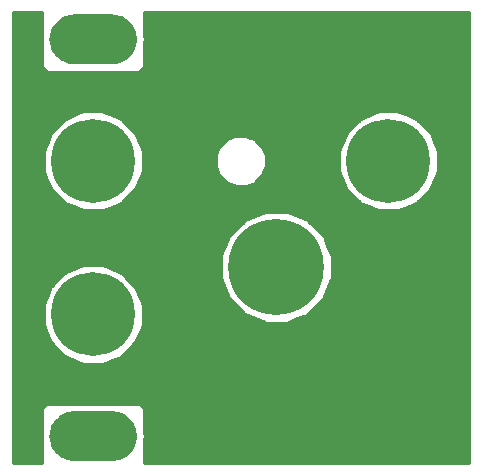
<source format=gbr>
G04 #@! TF.GenerationSoftware,KiCad,Pcbnew,(5.0.0)*
G04 #@! TF.CreationDate,2018-08-29T14:30:19+02:00*
G04 #@! TF.ProjectId,1u_lpg_panel,31755F6C70675F70616E656C2E6B6963,rev?*
G04 #@! TF.SameCoordinates,Original*
G04 #@! TF.FileFunction,Copper,L2,Bot,Signal*
G04 #@! TF.FilePolarity,Positive*
%FSLAX46Y46*%
G04 Gerber Fmt 4.6, Leading zero omitted, Abs format (unit mm)*
G04 Created by KiCad (PCBNEW (5.0.0)) date 08/29/18 14:30:19*
%MOMM*%
%LPD*%
G01*
G04 APERTURE LIST*
G04 #@! TA.AperFunction,Conductor*
%ADD10C,0.100000*%
G04 #@! TD*
G04 #@! TA.AperFunction,WasherPad*
%ADD11C,4.200000*%
G04 #@! TD*
G04 #@! TA.AperFunction,WasherPad*
%ADD12C,7.100000*%
G04 #@! TD*
G04 #@! TA.AperFunction,WasherPad*
%ADD13C,8.100000*%
G04 #@! TD*
G04 #@! TA.AperFunction,NonConductor*
%ADD14C,0.254000*%
G04 #@! TD*
G04 APERTURE END LIST*
D10*
G04 #@! TO.N,*
G04 #@! TO.C,MH2*
G36*
X9305836Y-34510111D02*
X9509690Y-34540350D01*
X9709598Y-34590424D01*
X9903635Y-34659852D01*
X10089933Y-34747964D01*
X10266697Y-34853913D01*
X10432226Y-34976677D01*
X10584924Y-35115075D01*
X10723322Y-35267773D01*
X10846086Y-35433302D01*
X10952035Y-35610066D01*
X11040147Y-35796364D01*
X11109575Y-35990401D01*
X11159649Y-36190309D01*
X11189888Y-36394163D01*
X11200000Y-36599999D01*
X11200000Y-36600001D01*
X11189888Y-36805837D01*
X11159649Y-37009691D01*
X11109575Y-37209599D01*
X11040147Y-37403636D01*
X10952035Y-37589934D01*
X10846086Y-37766698D01*
X10723322Y-37932227D01*
X10584924Y-38084925D01*
X10432226Y-38223323D01*
X10266697Y-38346087D01*
X10089933Y-38452036D01*
X9903635Y-38540148D01*
X9709598Y-38609576D01*
X9509690Y-38659650D01*
X9305836Y-38689889D01*
X9100000Y-38700001D01*
X5900000Y-38700001D01*
X5694164Y-38689889D01*
X5490310Y-38659650D01*
X5290402Y-38609576D01*
X5096365Y-38540148D01*
X4910067Y-38452036D01*
X4733303Y-38346087D01*
X4567774Y-38223323D01*
X4415076Y-38084925D01*
X4276678Y-37932227D01*
X4153914Y-37766698D01*
X4047965Y-37589934D01*
X3959853Y-37403636D01*
X3890425Y-37209599D01*
X3840351Y-37009691D01*
X3810112Y-36805837D01*
X3800000Y-36600001D01*
X3800000Y-36599999D01*
X3810112Y-36394163D01*
X3840351Y-36190309D01*
X3890425Y-35990401D01*
X3959853Y-35796364D01*
X4047965Y-35610066D01*
X4153914Y-35433302D01*
X4276678Y-35267773D01*
X4415076Y-35115075D01*
X4567774Y-34976677D01*
X4733303Y-34853913D01*
X4910067Y-34747964D01*
X5096365Y-34659852D01*
X5290402Y-34590424D01*
X5490310Y-34540350D01*
X5694164Y-34510111D01*
X5900000Y-34499999D01*
X9100000Y-34499999D01*
X9305836Y-34510111D01*
X9305836Y-34510111D01*
G37*
D11*
G04 #@! TD*
G04 #@! TO.P,MH2,*
G04 #@! TO.N,*
X7500000Y-36600000D03*
D10*
G04 #@! TO.N,*
G04 #@! TO.C,MH1*
G36*
X9305836Y-910111D02*
X9509690Y-940350D01*
X9709598Y-990424D01*
X9903635Y-1059852D01*
X10089933Y-1147964D01*
X10266697Y-1253913D01*
X10432226Y-1376677D01*
X10584924Y-1515075D01*
X10723322Y-1667773D01*
X10846086Y-1833302D01*
X10952035Y-2010066D01*
X11040147Y-2196364D01*
X11109575Y-2390401D01*
X11159649Y-2590309D01*
X11189888Y-2794163D01*
X11200000Y-2999999D01*
X11200000Y-3000001D01*
X11189888Y-3205837D01*
X11159649Y-3409691D01*
X11109575Y-3609599D01*
X11040147Y-3803636D01*
X10952035Y-3989934D01*
X10846086Y-4166698D01*
X10723322Y-4332227D01*
X10584924Y-4484925D01*
X10432226Y-4623323D01*
X10266697Y-4746087D01*
X10089933Y-4852036D01*
X9903635Y-4940148D01*
X9709598Y-5009576D01*
X9509690Y-5059650D01*
X9305836Y-5089889D01*
X9100000Y-5100001D01*
X5900000Y-5100001D01*
X5694164Y-5089889D01*
X5490310Y-5059650D01*
X5290402Y-5009576D01*
X5096365Y-4940148D01*
X4910067Y-4852036D01*
X4733303Y-4746087D01*
X4567774Y-4623323D01*
X4415076Y-4484925D01*
X4276678Y-4332227D01*
X4153914Y-4166698D01*
X4047965Y-3989934D01*
X3959853Y-3803636D01*
X3890425Y-3609599D01*
X3840351Y-3409691D01*
X3810112Y-3205837D01*
X3800000Y-3000001D01*
X3800000Y-2999999D01*
X3810112Y-2794163D01*
X3840351Y-2590309D01*
X3890425Y-2390401D01*
X3959853Y-2196364D01*
X4047965Y-2010066D01*
X4153914Y-1833302D01*
X4276678Y-1667773D01*
X4415076Y-1515075D01*
X4567774Y-1376677D01*
X4733303Y-1253913D01*
X4910067Y-1147964D01*
X5096365Y-1059852D01*
X5290402Y-990424D01*
X5490310Y-940350D01*
X5694164Y-910111D01*
X5900000Y-899999D01*
X9100000Y-899999D01*
X9305836Y-910111D01*
X9305836Y-910111D01*
G37*
D11*
G04 #@! TD*
G04 #@! TO.P,MH1,*
G04 #@! TO.N,*
X7500000Y-3000000D03*
D12*
G04 #@! TO.P,MH3,*
G04 #@! TO.N,*
X7500000Y-13300000D03*
G04 #@! TD*
G04 #@! TO.P,MH4,*
G04 #@! TO.N,*
X7500000Y-26300000D03*
G04 #@! TD*
G04 #@! TO.P,MH5,*
G04 #@! TO.N,*
X32500000Y-13300000D03*
G04 #@! TD*
D13*
G04 #@! TO.P,MH6,*
G04 #@! TO.N,*
X23000000Y-22300000D03*
G04 #@! TD*
D14*
G36*
X3165000Y-773690D02*
X3165000Y-2714250D01*
X3202033Y-2751283D01*
X3152560Y-2999999D01*
X3152560Y-3000001D01*
X3202033Y-3248717D01*
X3165000Y-3285750D01*
X3165000Y-5226310D01*
X3261673Y-5459699D01*
X3440302Y-5638327D01*
X3673691Y-5735000D01*
X5837455Y-5735000D01*
X5900000Y-5747441D01*
X9100000Y-5747441D01*
X9162545Y-5735000D01*
X11326309Y-5735000D01*
X11559698Y-5638327D01*
X11738327Y-5459699D01*
X11835000Y-5226310D01*
X11835000Y-3285750D01*
X11797967Y-3248717D01*
X11847440Y-3000001D01*
X11847440Y-2999999D01*
X11797967Y-2751283D01*
X11835000Y-2714250D01*
X11835000Y-773690D01*
X11808619Y-710000D01*
X39290000Y-710000D01*
X39290001Y-38890000D01*
X11808619Y-38890000D01*
X11835000Y-38826310D01*
X11835000Y-36885750D01*
X11797967Y-36848717D01*
X11847440Y-36600001D01*
X11847440Y-36599999D01*
X11797967Y-36351283D01*
X11835000Y-36314250D01*
X11835000Y-34373690D01*
X11738327Y-34140301D01*
X11559698Y-33961673D01*
X11326309Y-33865000D01*
X9162545Y-33865000D01*
X9100000Y-33852559D01*
X5900000Y-33852559D01*
X5837455Y-33865000D01*
X3673691Y-33865000D01*
X3440302Y-33961673D01*
X3261673Y-34140301D01*
X3165000Y-34373690D01*
X3165000Y-36314250D01*
X3202033Y-36351283D01*
X3152560Y-36599999D01*
X3152560Y-36600001D01*
X3202033Y-36848717D01*
X3165000Y-36885750D01*
X3165000Y-38826310D01*
X3191381Y-38890000D01*
X710000Y-38890000D01*
X710000Y-27092645D01*
X3307279Y-27092645D01*
X3315000Y-27111798D01*
X3315000Y-27132448D01*
X3625959Y-27883171D01*
X3929763Y-28636793D01*
X3951750Y-28669698D01*
X3952128Y-28670612D01*
X3952827Y-28671311D01*
X3974814Y-28704217D01*
X4022313Y-28740797D01*
X5059203Y-29777687D01*
X5095783Y-29825186D01*
X5114785Y-29833269D01*
X5129388Y-29847872D01*
X5880103Y-30158828D01*
X6627823Y-30476901D01*
X6648473Y-30477097D01*
X6667552Y-30485000D01*
X7480123Y-30485000D01*
X8292645Y-30492721D01*
X8311798Y-30485000D01*
X8332448Y-30485000D01*
X9083171Y-30174041D01*
X9836793Y-29870237D01*
X9869698Y-29848250D01*
X9870612Y-29847872D01*
X9871311Y-29847173D01*
X9904217Y-29825186D01*
X9940797Y-29777687D01*
X10977687Y-28740797D01*
X11025186Y-28704217D01*
X11033269Y-28685215D01*
X11047872Y-28670612D01*
X11358828Y-27919897D01*
X11676901Y-27172177D01*
X11677097Y-27151527D01*
X11685000Y-27132448D01*
X11685000Y-26319877D01*
X11692721Y-25507355D01*
X11685000Y-25488202D01*
X11685000Y-25467552D01*
X11374041Y-24716829D01*
X11070237Y-23963207D01*
X11048250Y-23930302D01*
X11047872Y-23929388D01*
X11047173Y-23928689D01*
X11025186Y-23895783D01*
X10977687Y-23859203D01*
X10290910Y-23172426D01*
X18303561Y-23172426D01*
X18315000Y-23201064D01*
X18315000Y-23231905D01*
X18660287Y-24065501D01*
X18994919Y-24903266D01*
X19027492Y-24952015D01*
X19028248Y-24953840D01*
X19029645Y-24955237D01*
X19062218Y-25003986D01*
X19145526Y-25071118D01*
X20228882Y-26154474D01*
X20296014Y-26237782D01*
X20324351Y-26249943D01*
X20346160Y-26271752D01*
X21179757Y-26617039D01*
X22008767Y-26972807D01*
X22039602Y-26973198D01*
X22068095Y-26985000D01*
X22970327Y-26985000D01*
X23872426Y-26996439D01*
X23901064Y-26985000D01*
X23931905Y-26985000D01*
X24765501Y-26639713D01*
X25603266Y-26305081D01*
X25652015Y-26272508D01*
X25653840Y-26271752D01*
X25655237Y-26270355D01*
X25703986Y-26237782D01*
X25771118Y-26154474D01*
X26854474Y-25071118D01*
X26937782Y-25003986D01*
X26949943Y-24975649D01*
X26971752Y-24953840D01*
X27317039Y-24120243D01*
X27672807Y-23291233D01*
X27673198Y-23260398D01*
X27685000Y-23231905D01*
X27685000Y-22329673D01*
X27696439Y-21427574D01*
X27685000Y-21398936D01*
X27685000Y-21368095D01*
X27339713Y-20534499D01*
X27005081Y-19696734D01*
X26972508Y-19647985D01*
X26971752Y-19646160D01*
X26970355Y-19644763D01*
X26937782Y-19596014D01*
X26854474Y-19528882D01*
X25771118Y-18445526D01*
X25703986Y-18362218D01*
X25675649Y-18350057D01*
X25653840Y-18328248D01*
X24820243Y-17982961D01*
X23991233Y-17627193D01*
X23960398Y-17626802D01*
X23931905Y-17615000D01*
X23029673Y-17615000D01*
X22127574Y-17603561D01*
X22098936Y-17615000D01*
X22068095Y-17615000D01*
X21234499Y-17960287D01*
X20396734Y-18294919D01*
X20347985Y-18327492D01*
X20346160Y-18328248D01*
X20344763Y-18329645D01*
X20296014Y-18362218D01*
X20228882Y-18445526D01*
X19145526Y-19528882D01*
X19062218Y-19596014D01*
X19050057Y-19624351D01*
X19028248Y-19646160D01*
X18682961Y-20479757D01*
X18327193Y-21308767D01*
X18326802Y-21339602D01*
X18315000Y-21368095D01*
X18315000Y-22270327D01*
X18303561Y-23172426D01*
X10290910Y-23172426D01*
X9940797Y-22822313D01*
X9904217Y-22774814D01*
X9885215Y-22766731D01*
X9870612Y-22752128D01*
X9119897Y-22441172D01*
X8372177Y-22123099D01*
X8351527Y-22122903D01*
X8332448Y-22115000D01*
X7519877Y-22115000D01*
X6707355Y-22107279D01*
X6688202Y-22115000D01*
X6667552Y-22115000D01*
X5916829Y-22425959D01*
X5163207Y-22729763D01*
X5130302Y-22751750D01*
X5129388Y-22752128D01*
X5128689Y-22752827D01*
X5095783Y-22774814D01*
X5059203Y-22822313D01*
X4022313Y-23859203D01*
X3974814Y-23895783D01*
X3966731Y-23914785D01*
X3952128Y-23929388D01*
X3641172Y-24680103D01*
X3323099Y-25427823D01*
X3322903Y-25448473D01*
X3315000Y-25467552D01*
X3315000Y-26280123D01*
X3307279Y-27092645D01*
X710000Y-27092645D01*
X710000Y-14092645D01*
X3307279Y-14092645D01*
X3315000Y-14111798D01*
X3315000Y-14132448D01*
X3625959Y-14883171D01*
X3929763Y-15636793D01*
X3951750Y-15669698D01*
X3952128Y-15670612D01*
X3952827Y-15671311D01*
X3974814Y-15704217D01*
X4022313Y-15740797D01*
X5059203Y-16777687D01*
X5095783Y-16825186D01*
X5114785Y-16833269D01*
X5129388Y-16847872D01*
X5880103Y-17158828D01*
X6627823Y-17476901D01*
X6648473Y-17477097D01*
X6667552Y-17485000D01*
X7480123Y-17485000D01*
X8292645Y-17492721D01*
X8311798Y-17485000D01*
X8332448Y-17485000D01*
X9083171Y-17174041D01*
X9836793Y-16870237D01*
X9869698Y-16848250D01*
X9870612Y-16847872D01*
X9871311Y-16847173D01*
X9904217Y-16825186D01*
X9940797Y-16777687D01*
X10977687Y-15740797D01*
X11025186Y-15704217D01*
X11033269Y-15685215D01*
X11047872Y-15670612D01*
X11358828Y-14919897D01*
X11676901Y-14172177D01*
X11677097Y-14151527D01*
X11685000Y-14132448D01*
X11685000Y-13319877D01*
X11688836Y-12916187D01*
X17857277Y-12916187D01*
X17865000Y-13320376D01*
X17865000Y-13724678D01*
X17873099Y-13744230D01*
X17873503Y-13765387D01*
X18167261Y-14474582D01*
X18177811Y-14479870D01*
X18190034Y-14509380D01*
X18790620Y-15109966D01*
X18820130Y-15122189D01*
X18825418Y-15132739D01*
X19201788Y-15280277D01*
X19575322Y-15435000D01*
X19596486Y-15435000D01*
X19616187Y-15442723D01*
X20020376Y-15435000D01*
X20424678Y-15435000D01*
X20444230Y-15426901D01*
X20465387Y-15426497D01*
X21174582Y-15132739D01*
X21179870Y-15122189D01*
X21209380Y-15109966D01*
X21809966Y-14509380D01*
X21822189Y-14479870D01*
X21832739Y-14474582D01*
X21980277Y-14098212D01*
X21982582Y-14092645D01*
X28307279Y-14092645D01*
X28315000Y-14111798D01*
X28315000Y-14132448D01*
X28625959Y-14883171D01*
X28929763Y-15636793D01*
X28951750Y-15669698D01*
X28952128Y-15670612D01*
X28952827Y-15671311D01*
X28974814Y-15704217D01*
X29022313Y-15740797D01*
X30059203Y-16777687D01*
X30095783Y-16825186D01*
X30114785Y-16833269D01*
X30129388Y-16847872D01*
X30880103Y-17158828D01*
X31627823Y-17476901D01*
X31648473Y-17477097D01*
X31667552Y-17485000D01*
X32480123Y-17485000D01*
X33292645Y-17492721D01*
X33311798Y-17485000D01*
X33332448Y-17485000D01*
X34083171Y-17174041D01*
X34836793Y-16870237D01*
X34869698Y-16848250D01*
X34870612Y-16847872D01*
X34871311Y-16847173D01*
X34904217Y-16825186D01*
X34940797Y-16777687D01*
X35977687Y-15740797D01*
X36025186Y-15704217D01*
X36033269Y-15685215D01*
X36047872Y-15670612D01*
X36358828Y-14919897D01*
X36676901Y-14172177D01*
X36677097Y-14151527D01*
X36685000Y-14132448D01*
X36685000Y-13319877D01*
X36692721Y-12507355D01*
X36685000Y-12488202D01*
X36685000Y-12467552D01*
X36374041Y-11716829D01*
X36070237Y-10963207D01*
X36048250Y-10930302D01*
X36047872Y-10929388D01*
X36047173Y-10928689D01*
X36025186Y-10895783D01*
X35977687Y-10859203D01*
X34940797Y-9822313D01*
X34904217Y-9774814D01*
X34885215Y-9766731D01*
X34870612Y-9752128D01*
X34119897Y-9441172D01*
X33372177Y-9123099D01*
X33351527Y-9122903D01*
X33332448Y-9115000D01*
X32519877Y-9115000D01*
X31707355Y-9107279D01*
X31688202Y-9115000D01*
X31667552Y-9115000D01*
X30916829Y-9425959D01*
X30163207Y-9729763D01*
X30130302Y-9751750D01*
X30129388Y-9752128D01*
X30128689Y-9752827D01*
X30095783Y-9774814D01*
X30059203Y-9822313D01*
X29022313Y-10859203D01*
X28974814Y-10895783D01*
X28966731Y-10914785D01*
X28952128Y-10929388D01*
X28641172Y-11680103D01*
X28323099Y-12427823D01*
X28322903Y-12448473D01*
X28315000Y-12467552D01*
X28315000Y-13280123D01*
X28307279Y-14092645D01*
X21982582Y-14092645D01*
X22135000Y-13724678D01*
X22135000Y-13703514D01*
X22142723Y-13683813D01*
X22135000Y-13279624D01*
X22135000Y-12875322D01*
X22126901Y-12855770D01*
X22126497Y-12834613D01*
X21832739Y-12125418D01*
X21822189Y-12120130D01*
X21809966Y-12090620D01*
X21209380Y-11490034D01*
X21179870Y-11477811D01*
X21174582Y-11467261D01*
X20798212Y-11319723D01*
X20424678Y-11165000D01*
X20403514Y-11165000D01*
X20383813Y-11157277D01*
X19979624Y-11165000D01*
X19575322Y-11165000D01*
X19555770Y-11173099D01*
X19534613Y-11173503D01*
X18825418Y-11467261D01*
X18820130Y-11477811D01*
X18790620Y-11490034D01*
X18190034Y-12090620D01*
X18177811Y-12120130D01*
X18167261Y-12125418D01*
X18019723Y-12501788D01*
X17865000Y-12875322D01*
X17865000Y-12896486D01*
X17857277Y-12916187D01*
X11688836Y-12916187D01*
X11692721Y-12507355D01*
X11685000Y-12488202D01*
X11685000Y-12467552D01*
X11374041Y-11716829D01*
X11070237Y-10963207D01*
X11048250Y-10930302D01*
X11047872Y-10929388D01*
X11047173Y-10928689D01*
X11025186Y-10895783D01*
X10977687Y-10859203D01*
X9940797Y-9822313D01*
X9904217Y-9774814D01*
X9885215Y-9766731D01*
X9870612Y-9752128D01*
X9119897Y-9441172D01*
X8372177Y-9123099D01*
X8351527Y-9122903D01*
X8332448Y-9115000D01*
X7519877Y-9115000D01*
X6707355Y-9107279D01*
X6688202Y-9115000D01*
X6667552Y-9115000D01*
X5916829Y-9425959D01*
X5163207Y-9729763D01*
X5130302Y-9751750D01*
X5129388Y-9752128D01*
X5128689Y-9752827D01*
X5095783Y-9774814D01*
X5059203Y-9822313D01*
X4022313Y-10859203D01*
X3974814Y-10895783D01*
X3966731Y-10914785D01*
X3952128Y-10929388D01*
X3641172Y-11680103D01*
X3323099Y-12427823D01*
X3322903Y-12448473D01*
X3315000Y-12467552D01*
X3315000Y-13280123D01*
X3307279Y-14092645D01*
X710000Y-14092645D01*
X710000Y-710000D01*
X3191381Y-710000D01*
X3165000Y-773690D01*
X3165000Y-773690D01*
G37*
X3165000Y-773690D02*
X3165000Y-2714250D01*
X3202033Y-2751283D01*
X3152560Y-2999999D01*
X3152560Y-3000001D01*
X3202033Y-3248717D01*
X3165000Y-3285750D01*
X3165000Y-5226310D01*
X3261673Y-5459699D01*
X3440302Y-5638327D01*
X3673691Y-5735000D01*
X5837455Y-5735000D01*
X5900000Y-5747441D01*
X9100000Y-5747441D01*
X9162545Y-5735000D01*
X11326309Y-5735000D01*
X11559698Y-5638327D01*
X11738327Y-5459699D01*
X11835000Y-5226310D01*
X11835000Y-3285750D01*
X11797967Y-3248717D01*
X11847440Y-3000001D01*
X11847440Y-2999999D01*
X11797967Y-2751283D01*
X11835000Y-2714250D01*
X11835000Y-773690D01*
X11808619Y-710000D01*
X39290000Y-710000D01*
X39290001Y-38890000D01*
X11808619Y-38890000D01*
X11835000Y-38826310D01*
X11835000Y-36885750D01*
X11797967Y-36848717D01*
X11847440Y-36600001D01*
X11847440Y-36599999D01*
X11797967Y-36351283D01*
X11835000Y-36314250D01*
X11835000Y-34373690D01*
X11738327Y-34140301D01*
X11559698Y-33961673D01*
X11326309Y-33865000D01*
X9162545Y-33865000D01*
X9100000Y-33852559D01*
X5900000Y-33852559D01*
X5837455Y-33865000D01*
X3673691Y-33865000D01*
X3440302Y-33961673D01*
X3261673Y-34140301D01*
X3165000Y-34373690D01*
X3165000Y-36314250D01*
X3202033Y-36351283D01*
X3152560Y-36599999D01*
X3152560Y-36600001D01*
X3202033Y-36848717D01*
X3165000Y-36885750D01*
X3165000Y-38826310D01*
X3191381Y-38890000D01*
X710000Y-38890000D01*
X710000Y-27092645D01*
X3307279Y-27092645D01*
X3315000Y-27111798D01*
X3315000Y-27132448D01*
X3625959Y-27883171D01*
X3929763Y-28636793D01*
X3951750Y-28669698D01*
X3952128Y-28670612D01*
X3952827Y-28671311D01*
X3974814Y-28704217D01*
X4022313Y-28740797D01*
X5059203Y-29777687D01*
X5095783Y-29825186D01*
X5114785Y-29833269D01*
X5129388Y-29847872D01*
X5880103Y-30158828D01*
X6627823Y-30476901D01*
X6648473Y-30477097D01*
X6667552Y-30485000D01*
X7480123Y-30485000D01*
X8292645Y-30492721D01*
X8311798Y-30485000D01*
X8332448Y-30485000D01*
X9083171Y-30174041D01*
X9836793Y-29870237D01*
X9869698Y-29848250D01*
X9870612Y-29847872D01*
X9871311Y-29847173D01*
X9904217Y-29825186D01*
X9940797Y-29777687D01*
X10977687Y-28740797D01*
X11025186Y-28704217D01*
X11033269Y-28685215D01*
X11047872Y-28670612D01*
X11358828Y-27919897D01*
X11676901Y-27172177D01*
X11677097Y-27151527D01*
X11685000Y-27132448D01*
X11685000Y-26319877D01*
X11692721Y-25507355D01*
X11685000Y-25488202D01*
X11685000Y-25467552D01*
X11374041Y-24716829D01*
X11070237Y-23963207D01*
X11048250Y-23930302D01*
X11047872Y-23929388D01*
X11047173Y-23928689D01*
X11025186Y-23895783D01*
X10977687Y-23859203D01*
X10290910Y-23172426D01*
X18303561Y-23172426D01*
X18315000Y-23201064D01*
X18315000Y-23231905D01*
X18660287Y-24065501D01*
X18994919Y-24903266D01*
X19027492Y-24952015D01*
X19028248Y-24953840D01*
X19029645Y-24955237D01*
X19062218Y-25003986D01*
X19145526Y-25071118D01*
X20228882Y-26154474D01*
X20296014Y-26237782D01*
X20324351Y-26249943D01*
X20346160Y-26271752D01*
X21179757Y-26617039D01*
X22008767Y-26972807D01*
X22039602Y-26973198D01*
X22068095Y-26985000D01*
X22970327Y-26985000D01*
X23872426Y-26996439D01*
X23901064Y-26985000D01*
X23931905Y-26985000D01*
X24765501Y-26639713D01*
X25603266Y-26305081D01*
X25652015Y-26272508D01*
X25653840Y-26271752D01*
X25655237Y-26270355D01*
X25703986Y-26237782D01*
X25771118Y-26154474D01*
X26854474Y-25071118D01*
X26937782Y-25003986D01*
X26949943Y-24975649D01*
X26971752Y-24953840D01*
X27317039Y-24120243D01*
X27672807Y-23291233D01*
X27673198Y-23260398D01*
X27685000Y-23231905D01*
X27685000Y-22329673D01*
X27696439Y-21427574D01*
X27685000Y-21398936D01*
X27685000Y-21368095D01*
X27339713Y-20534499D01*
X27005081Y-19696734D01*
X26972508Y-19647985D01*
X26971752Y-19646160D01*
X26970355Y-19644763D01*
X26937782Y-19596014D01*
X26854474Y-19528882D01*
X25771118Y-18445526D01*
X25703986Y-18362218D01*
X25675649Y-18350057D01*
X25653840Y-18328248D01*
X24820243Y-17982961D01*
X23991233Y-17627193D01*
X23960398Y-17626802D01*
X23931905Y-17615000D01*
X23029673Y-17615000D01*
X22127574Y-17603561D01*
X22098936Y-17615000D01*
X22068095Y-17615000D01*
X21234499Y-17960287D01*
X20396734Y-18294919D01*
X20347985Y-18327492D01*
X20346160Y-18328248D01*
X20344763Y-18329645D01*
X20296014Y-18362218D01*
X20228882Y-18445526D01*
X19145526Y-19528882D01*
X19062218Y-19596014D01*
X19050057Y-19624351D01*
X19028248Y-19646160D01*
X18682961Y-20479757D01*
X18327193Y-21308767D01*
X18326802Y-21339602D01*
X18315000Y-21368095D01*
X18315000Y-22270327D01*
X18303561Y-23172426D01*
X10290910Y-23172426D01*
X9940797Y-22822313D01*
X9904217Y-22774814D01*
X9885215Y-22766731D01*
X9870612Y-22752128D01*
X9119897Y-22441172D01*
X8372177Y-22123099D01*
X8351527Y-22122903D01*
X8332448Y-22115000D01*
X7519877Y-22115000D01*
X6707355Y-22107279D01*
X6688202Y-22115000D01*
X6667552Y-22115000D01*
X5916829Y-22425959D01*
X5163207Y-22729763D01*
X5130302Y-22751750D01*
X5129388Y-22752128D01*
X5128689Y-22752827D01*
X5095783Y-22774814D01*
X5059203Y-22822313D01*
X4022313Y-23859203D01*
X3974814Y-23895783D01*
X3966731Y-23914785D01*
X3952128Y-23929388D01*
X3641172Y-24680103D01*
X3323099Y-25427823D01*
X3322903Y-25448473D01*
X3315000Y-25467552D01*
X3315000Y-26280123D01*
X3307279Y-27092645D01*
X710000Y-27092645D01*
X710000Y-14092645D01*
X3307279Y-14092645D01*
X3315000Y-14111798D01*
X3315000Y-14132448D01*
X3625959Y-14883171D01*
X3929763Y-15636793D01*
X3951750Y-15669698D01*
X3952128Y-15670612D01*
X3952827Y-15671311D01*
X3974814Y-15704217D01*
X4022313Y-15740797D01*
X5059203Y-16777687D01*
X5095783Y-16825186D01*
X5114785Y-16833269D01*
X5129388Y-16847872D01*
X5880103Y-17158828D01*
X6627823Y-17476901D01*
X6648473Y-17477097D01*
X6667552Y-17485000D01*
X7480123Y-17485000D01*
X8292645Y-17492721D01*
X8311798Y-17485000D01*
X8332448Y-17485000D01*
X9083171Y-17174041D01*
X9836793Y-16870237D01*
X9869698Y-16848250D01*
X9870612Y-16847872D01*
X9871311Y-16847173D01*
X9904217Y-16825186D01*
X9940797Y-16777687D01*
X10977687Y-15740797D01*
X11025186Y-15704217D01*
X11033269Y-15685215D01*
X11047872Y-15670612D01*
X11358828Y-14919897D01*
X11676901Y-14172177D01*
X11677097Y-14151527D01*
X11685000Y-14132448D01*
X11685000Y-13319877D01*
X11688836Y-12916187D01*
X17857277Y-12916187D01*
X17865000Y-13320376D01*
X17865000Y-13724678D01*
X17873099Y-13744230D01*
X17873503Y-13765387D01*
X18167261Y-14474582D01*
X18177811Y-14479870D01*
X18190034Y-14509380D01*
X18790620Y-15109966D01*
X18820130Y-15122189D01*
X18825418Y-15132739D01*
X19201788Y-15280277D01*
X19575322Y-15435000D01*
X19596486Y-15435000D01*
X19616187Y-15442723D01*
X20020376Y-15435000D01*
X20424678Y-15435000D01*
X20444230Y-15426901D01*
X20465387Y-15426497D01*
X21174582Y-15132739D01*
X21179870Y-15122189D01*
X21209380Y-15109966D01*
X21809966Y-14509380D01*
X21822189Y-14479870D01*
X21832739Y-14474582D01*
X21980277Y-14098212D01*
X21982582Y-14092645D01*
X28307279Y-14092645D01*
X28315000Y-14111798D01*
X28315000Y-14132448D01*
X28625959Y-14883171D01*
X28929763Y-15636793D01*
X28951750Y-15669698D01*
X28952128Y-15670612D01*
X28952827Y-15671311D01*
X28974814Y-15704217D01*
X29022313Y-15740797D01*
X30059203Y-16777687D01*
X30095783Y-16825186D01*
X30114785Y-16833269D01*
X30129388Y-16847872D01*
X30880103Y-17158828D01*
X31627823Y-17476901D01*
X31648473Y-17477097D01*
X31667552Y-17485000D01*
X32480123Y-17485000D01*
X33292645Y-17492721D01*
X33311798Y-17485000D01*
X33332448Y-17485000D01*
X34083171Y-17174041D01*
X34836793Y-16870237D01*
X34869698Y-16848250D01*
X34870612Y-16847872D01*
X34871311Y-16847173D01*
X34904217Y-16825186D01*
X34940797Y-16777687D01*
X35977687Y-15740797D01*
X36025186Y-15704217D01*
X36033269Y-15685215D01*
X36047872Y-15670612D01*
X36358828Y-14919897D01*
X36676901Y-14172177D01*
X36677097Y-14151527D01*
X36685000Y-14132448D01*
X36685000Y-13319877D01*
X36692721Y-12507355D01*
X36685000Y-12488202D01*
X36685000Y-12467552D01*
X36374041Y-11716829D01*
X36070237Y-10963207D01*
X36048250Y-10930302D01*
X36047872Y-10929388D01*
X36047173Y-10928689D01*
X36025186Y-10895783D01*
X35977687Y-10859203D01*
X34940797Y-9822313D01*
X34904217Y-9774814D01*
X34885215Y-9766731D01*
X34870612Y-9752128D01*
X34119897Y-9441172D01*
X33372177Y-9123099D01*
X33351527Y-9122903D01*
X33332448Y-9115000D01*
X32519877Y-9115000D01*
X31707355Y-9107279D01*
X31688202Y-9115000D01*
X31667552Y-9115000D01*
X30916829Y-9425959D01*
X30163207Y-9729763D01*
X30130302Y-9751750D01*
X30129388Y-9752128D01*
X30128689Y-9752827D01*
X30095783Y-9774814D01*
X30059203Y-9822313D01*
X29022313Y-10859203D01*
X28974814Y-10895783D01*
X28966731Y-10914785D01*
X28952128Y-10929388D01*
X28641172Y-11680103D01*
X28323099Y-12427823D01*
X28322903Y-12448473D01*
X28315000Y-12467552D01*
X28315000Y-13280123D01*
X28307279Y-14092645D01*
X21982582Y-14092645D01*
X22135000Y-13724678D01*
X22135000Y-13703514D01*
X22142723Y-13683813D01*
X22135000Y-13279624D01*
X22135000Y-12875322D01*
X22126901Y-12855770D01*
X22126497Y-12834613D01*
X21832739Y-12125418D01*
X21822189Y-12120130D01*
X21809966Y-12090620D01*
X21209380Y-11490034D01*
X21179870Y-11477811D01*
X21174582Y-11467261D01*
X20798212Y-11319723D01*
X20424678Y-11165000D01*
X20403514Y-11165000D01*
X20383813Y-11157277D01*
X19979624Y-11165000D01*
X19575322Y-11165000D01*
X19555770Y-11173099D01*
X19534613Y-11173503D01*
X18825418Y-11467261D01*
X18820130Y-11477811D01*
X18790620Y-11490034D01*
X18190034Y-12090620D01*
X18177811Y-12120130D01*
X18167261Y-12125418D01*
X18019723Y-12501788D01*
X17865000Y-12875322D01*
X17865000Y-12896486D01*
X17857277Y-12916187D01*
X11688836Y-12916187D01*
X11692721Y-12507355D01*
X11685000Y-12488202D01*
X11685000Y-12467552D01*
X11374041Y-11716829D01*
X11070237Y-10963207D01*
X11048250Y-10930302D01*
X11047872Y-10929388D01*
X11047173Y-10928689D01*
X11025186Y-10895783D01*
X10977687Y-10859203D01*
X9940797Y-9822313D01*
X9904217Y-9774814D01*
X9885215Y-9766731D01*
X9870612Y-9752128D01*
X9119897Y-9441172D01*
X8372177Y-9123099D01*
X8351527Y-9122903D01*
X8332448Y-9115000D01*
X7519877Y-9115000D01*
X6707355Y-9107279D01*
X6688202Y-9115000D01*
X6667552Y-9115000D01*
X5916829Y-9425959D01*
X5163207Y-9729763D01*
X5130302Y-9751750D01*
X5129388Y-9752128D01*
X5128689Y-9752827D01*
X5095783Y-9774814D01*
X5059203Y-9822313D01*
X4022313Y-10859203D01*
X3974814Y-10895783D01*
X3966731Y-10914785D01*
X3952128Y-10929388D01*
X3641172Y-11680103D01*
X3323099Y-12427823D01*
X3322903Y-12448473D01*
X3315000Y-12467552D01*
X3315000Y-13280123D01*
X3307279Y-14092645D01*
X710000Y-14092645D01*
X710000Y-710000D01*
X3191381Y-710000D01*
X3165000Y-773690D01*
M02*

</source>
